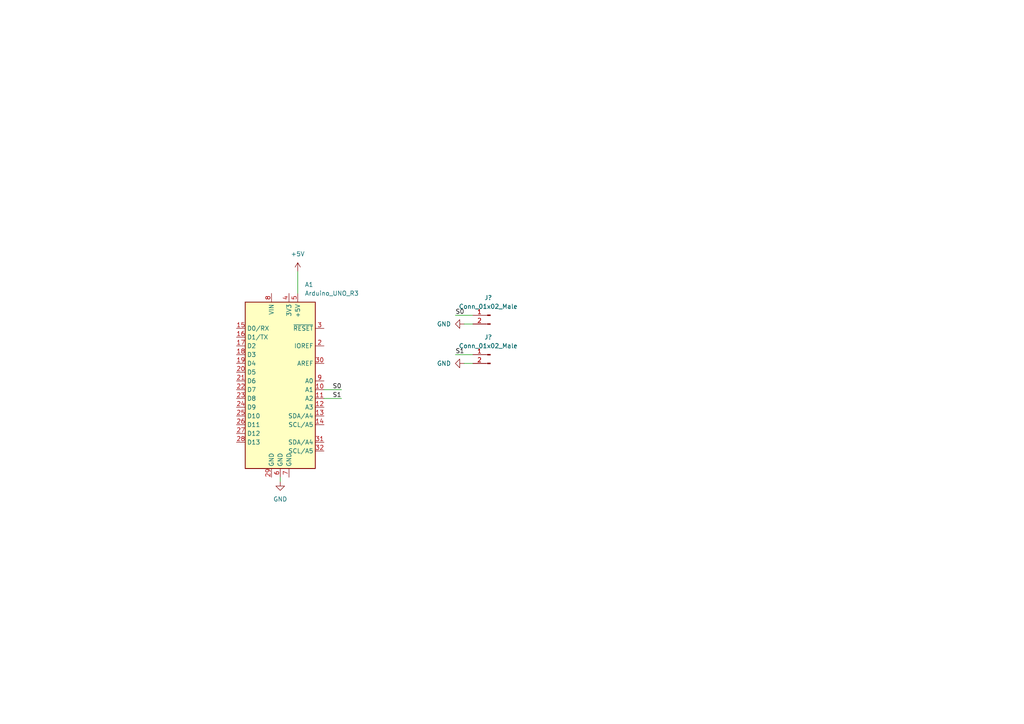
<source format=kicad_sch>
(kicad_sch (version 20211123) (generator eeschema)
  (paper "A4")
  (lib_symbols
    (symbol "Connector:Conn_01x02_Male" (pin_names (offset 1.016) hide)
      (property "Reference" "J" (at 0 2.54 0))
      (property "Value" "Conn_01x02_Male" (at 0 -5.08 0))
      (symbol "Conn_01x02_Male_1_1"
        (polyline (pts (xy 1.27 -2.54) (xy 0.8636 -2.54)) (stroke (width 0.1524)))
        (polyline (pts (xy 1.27 0) (xy 0.8636 0)) (stroke (width 0.1524)))
        (rectangle (start 0.8636 -2.413) (end 0 -2.667) (stroke (width 0.1524)) (fill (type outline)))
        (rectangle (start 0.8636 0.127) (end 0 -0.127) (stroke (width 0.1524)) (fill (type outline)))
        (pin passive line (at 5.08 0 180) (length 3.81) (name "Pin_1") (number "1"))
        (pin passive line (at 5.08 -2.54 180) (length 3.81) (name "Pin_2") (number "2"))
      )
    )
    (symbol "MCU_Module:Arduino_UNO_R3"
      (property "Reference" "A" (at -10.16 23.495 0))
      (property "Value" "Arduino_UNO_R3" (at 5.08 -26.67 0))
      (symbol "Arduino_UNO_R3_0_1"
        (rectangle (start -10.16 22.86) (end 10.16 -25.4) (stroke (width 0.254)) (fill (type background)))
      )
      (symbol "Arduino_UNO_R3_1_1"
        (pin no_connect line (at -10.16 -20.32 0) (length 2.54) hide (name "NC") (number "1"))
        (pin bidirectional line (at 12.7 -2.54 180) (length 2.54) (name "A1") (number "10"))
        (pin bidirectional line (at 12.7 -5.08 180) (length 2.54) (name "A2") (number "11"))
        (pin bidirectional line (at 12.7 -7.62 180) (length 2.54) (name "A3") (number "12"))
        (pin bidirectional line (at 12.7 -10.16 180) (length 2.54) (name "SDA/A4") (number "13"))
        (pin bidirectional line (at 12.7 -12.7 180) (length 2.54) (name "SCL/A5") (number "14"))
        (pin bidirectional line (at -12.7 15.24 0) (length 2.54) (name "D0/RX") (number "15"))
        (pin bidirectional line (at -12.7 12.7 0) (length 2.54) (name "D1/TX") (number "16"))
        (pin bidirectional line (at -12.7 10.16 0) (length 2.54) (name "D2") (number "17"))
        (pin bidirectional line (at -12.7 7.62 0) (length 2.54) (name "D3") (number "18"))
        (pin bidirectional line (at -12.7 5.08 0) (length 2.54) (name "D4") (number "19"))
        (pin output line (at 12.7 10.16 180) (length 2.54) (name "IOREF") (number "2"))
        (pin bidirectional line (at -12.7 2.54 0) (length 2.54) (name "D5") (number "20"))
        (pin bidirectional line (at -12.7 0 0) (length 2.54) (name "D6") (number "21"))
        (pin bidirectional line (at -12.7 -2.54 0) (length 2.54) (name "D7") (number "22"))
        (pin bidirectional line (at -12.7 -5.08 0) (length 2.54) (name "D8") (number "23"))
        (pin bidirectional line (at -12.7 -7.62 0) (length 2.54) (name "D9") (number "24"))
        (pin bidirectional line (at -12.7 -10.16 0) (length 2.54) (name "D10") (number "25"))
        (pin bidirectional line (at -12.7 -12.7 0) (length 2.54) (name "D11") (number "26"))
        (pin bidirectional line (at -12.7 -15.24 0) (length 2.54) (name "D12") (number "27"))
        (pin bidirectional line (at -12.7 -17.78 0) (length 2.54) (name "D13") (number "28"))
        (pin power_in line (at -2.54 -27.94 90) (length 2.54) (name "GND") (number "29"))
        (pin input line (at 12.7 15.24 180) (length 2.54) (name "~{RESET}") (number "3"))
        (pin input line (at 12.7 5.08 180) (length 2.54) (name "AREF") (number "30"))
        (pin bidirectional line (at 12.7 -17.78 180) (length 2.54) (name "SDA/A4") (number "31"))
        (pin bidirectional line (at 12.7 -20.32 180) (length 2.54) (name "SCL/A5") (number "32"))
        (pin power_out line (at 2.54 25.4 270) (length 2.54) (name "3V3") (number "4"))
        (pin power_out line (at 5.08 25.4 270) (length 2.54) (name "+5V") (number "5"))
        (pin power_in line (at 0 -27.94 90) (length 2.54) (name "GND") (number "6"))
        (pin power_in line (at 2.54 -27.94 90) (length 2.54) (name "GND") (number "7"))
        (pin power_in line (at -2.54 25.4 270) (length 2.54) (name "VIN") (number "8"))
        (pin bidirectional line (at 12.7 0 180) (length 2.54) (name "A0") (number "9"))
      )
    )
    (symbol "power:+5V" (power) (pin_names (offset 0))
      (property "Value" "+5V" (at 0 3.556 0))
      (symbol "+5V_0_1"
        (polyline (pts (xy -0.762 1.27) (xy 0 2.54)))
        (polyline (pts (xy 0 0) (xy 0 2.54)))
        (polyline (pts (xy 0 2.54) (xy 0.762 1.27)))
      )
      (symbol "+5V_1_1"
        (pin power_in line (at 0 0 90) (length 0) hide (name "+5V") (number "1"))
      )
    )
    (symbol "power:GND" (power) (pin_names (offset 0))
      (property "Value" "GND" (at 0 -3.81 0))
      (symbol "GND_0_1"
        (polyline (pts (xy 0 0) (xy 0 -1.27) (xy 1.27 -1.27) (xy 0 -2.54) (xy -1.27 -1.27) (xy 0 -1.27)))
      )
      (symbol "GND_1_1"
        (pin power_in line (at 0 0 270) (length 0) hide (name "GND") (number "1"))
      )
    )
  )
  (wire (pts (xy 81.28 138.43) (xy 81.28 139.7)))
  (wire (pts (xy 134.62 105.41) (xy 137.16 105.41)))
  (wire (pts (xy 93.98 113.03) (xy 99.06 113.03)))
  (wire (pts (xy 93.98 115.57) (xy 99.06 115.57)))
  (wire (pts (xy 134.62 93.98) (xy 137.16 93.98)))
  (wire (pts (xy 86.36 78.74) (xy 86.36 85.09)))
  (wire (pts (xy 137.16 102.87) (xy 132.08 102.87)))
  (wire (pts (xy 137.16 91.44) (xy 132.08 91.44)))
  (label "S1" (at 132.08 102.87 0))
  (label "S0" (at 132.08 91.44 0))
  (label "S1" (at 99.06 115.57 180))
  (label "S0" (at 99.06 113.03 180))
  (symbol (lib_id "power:GND") (at 134.62 93.98 270) (unit 1)
    (property "Reference" "#PWR?" (effects hide))
    (property "Value" "GND" (at 130.81 93.9799 90) (effects (justify right)))
  )
  (symbol (lib_id "Connector:Conn_01x02_Male") (at 142.24 91.44 0) (mirror y) (unit 1)
    (property "Reference" "J?" (at 141.605 86.36 0))
    (property "Value" "Conn_01x02_Male" (at 141.605 88.9 0))
  )
  (symbol (lib_id "power:+5V") (at 86.36 78.74 0) (unit 1)
    (property "Reference" "#PWR?" (effects hide))
    (property "Value" "+5V" (at 86.36 73.66 0))
  )
  (symbol (lib_id "MCU_Module:Arduino_UNO_R3") (at 81.28 110.49 0) (unit 1)
    (property "Reference" "A1" (at 88.3794 82.55 0) (effects (justify left)))
    (property "Value" "Arduino_UNO_R3" (at 88.3794 85.09 0) (effects (justify left)))
    (property "Footprint" "For_Rasterboard:Arduino_UNO_R3_WithMountingHoles_Snapped_to_P2.54mm" (effects hide))
    (property "Datasheet" "https://www.arduino.cc/en/Main/arduinoBoardUno" (effects hide))
  )
  (symbol (lib_id "power:GND") (at 134.62 105.41 270) (unit 1)
    (property "Reference" "#PWR?" (effects hide))
    (property "Value" "GND" (at 130.81 105.4099 90) (effects (justify right)))
  )
  (symbol (lib_id "power:GND") (at 81.28 139.7 0) (unit 1)
    (property "Reference" "#PWR?" (effects hide))
    (property "Value" "GND" (at 81.28 144.78 0))
  )
  (symbol (lib_id "Connector:Conn_01x02_Male") (at 142.24 102.87 0) (mirror y) (unit 1)
    (property "Reference" "J?" (at 141.605 97.79 0))
    (property "Value" "Conn_01x02_Male" (at 141.605 100.33 0))
  )
)
</source>
